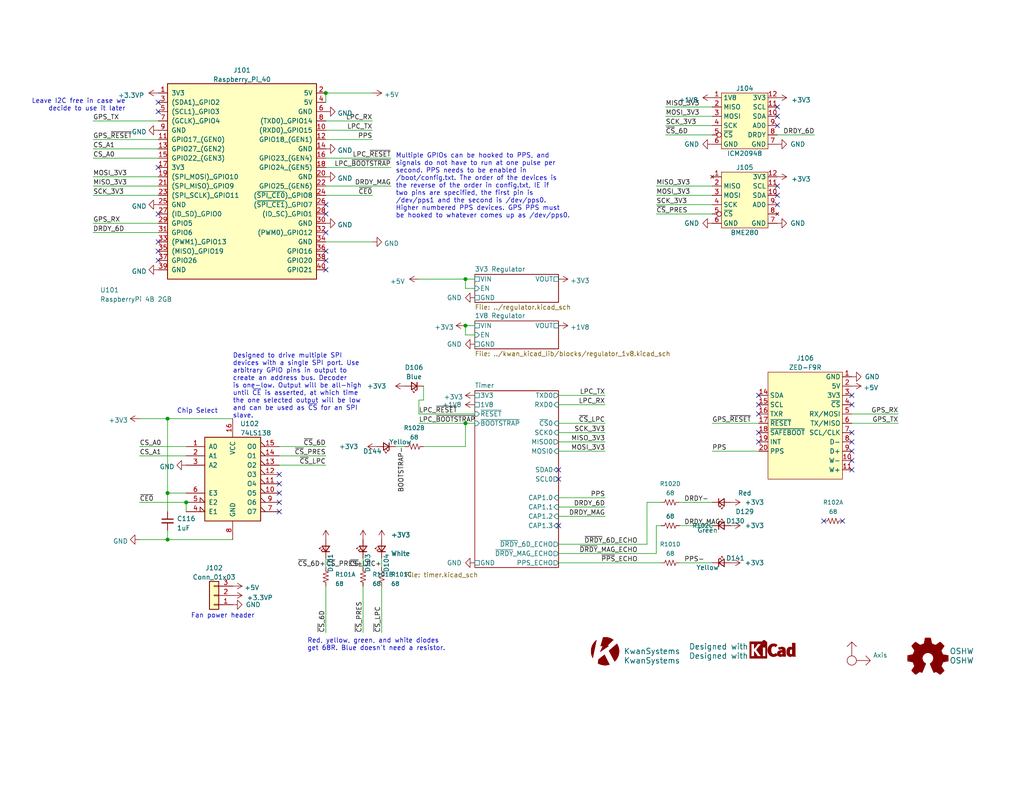
<source format=kicad_sch>
(kicad_sch (version 20230121) (generator eeschema)
  (paper "USLetter")
  (title_block (title "Shipometer") (date "2023-03-24") (company "Kwan Systems"))
  (lib_symbols
    (symbol "74xx:74LS138" (pin_names (offset 1.016))
      (property "Reference" "U" (at -7.62 11.43 0))
      (property "Value" "74LS138" (at -7.62 -13.97 0))
      (symbol "74LS138_1_0"
        (pin input line (at -12.7 7.62 0) (length 5.08) (name "A0") (number "1"))
        (pin output output_low (at 12.7 -5.08 180) (length 5.08) (name "O5") (number "10"))
        (pin output output_low (at 12.7 -2.54 180) (length 5.08) (name "O4") (number "11"))
        (pin output output_low (at 12.7 0 180) (length 5.08) (name "O3") (number "12"))
        (pin output output_low (at 12.7 2.54 180) (length 5.08) (name "O2") (number "13"))
        (pin output output_low (at 12.7 5.08 180) (length 5.08) (name "O1") (number "14"))
        (pin output output_low (at 12.7 7.62 180) (length 5.08) (name "O0") (number "15"))
        (pin power_in line (at 0 15.24 270) (length 5.08) (name "VCC") (number "16"))
        (pin input line (at -12.7 5.08 0) (length 5.08) (name "A1") (number "2"))
        (pin input line (at -12.7 2.54 0) (length 5.08) (name "A2") (number "3"))
        (pin input input_low (at -12.7 -10.16 0) (length 5.08) (name "E1") (number "4"))
        (pin input input_low (at -12.7 -7.62 0) (length 5.08) (name "E2") (number "5"))
        (pin input line (at -12.7 -5.08 0) (length 5.08) (name "E3") (number "6"))
        (pin output output_low (at 12.7 -10.16 180) (length 5.08) (name "O7") (number "7"))
        (pin power_in line (at 0 -17.78 90) (length 5.08) (name "GND") (number "8"))
        (pin output output_low (at 12.7 -7.62 180) (length 5.08) (name "O6") (number "9"))
      )
    )
    (symbol "Connector_Generic:Conn_01x03" (pin_names (offset 1.016) hide)
      (property "Reference" "J" (at 0 5.08 0))
      (property "Value" "Conn_01x03" (at 0 -5.08 0))
      (symbol "Conn_01x03_1_1"
        (pin passive line (at -5.08 2.54 0) (length 3.81) (name "Pin_1") (number "1"))
        (pin passive line (at -5.08 0 0) (length 3.81) (name "Pin_2") (number "2"))
        (pin passive line (at -5.08 -2.54 0) (length 3.81) (name "Pin_3") (number "3"))
      )
    )
    (symbol "Device:C_Small" (pin_numbers hide) (pin_names (offset 0.254) hide)
      (property "Reference" "C" (at 0.254 1.778 0))
      (property "Value" "C_Small" (at 0.254 -2.032 0))
      (symbol "C_Small_1_1"
        (pin passive line (at 0 2.54 270) (length 2.032) (name "~") (number "1"))
        (pin passive line (at 0 -2.54 90) (length 2.032) (name "~") (number "2"))
      )
    )
    (symbol "Device:LED_Small" (pin_numbers hide) (pin_names (offset 0.254) hide)
      (property "Reference" "D" (at -1.27 3.175 0))
      (property "Value" "LED_Small" (at -4.445 -2.54 0))
      (symbol "LED_Small_1_1"
        (pin passive line (at -2.54 0 0) (length 1.778) (name "K") (number "1"))
        (pin passive line (at 2.54 0 180) (length 1.778) (name "A") (number "2"))
      )
    )
    (symbol "KwanSystems:Axis" (in_bom no)
      (property "Value" "Axis" (at 0 -2.54 0))
    )
    (symbol "KwanSystems:DesignedWithKicad" (pin_names (offset 1.016)) (in_bom no)
      (property "Value" "DesignedWithKicad" (at 3.81 -2.54 0))
    )
    (symbol "KwanSystems:KwanSystems" (pin_names (offset 1.016)) (in_bom no)
      (property "Value" "KwanSystems" (at 0 -5.08 0))
    )
    (symbol "KwanSystems:OSHW" (pin_names (offset 1.016)) (in_bom no)
      (property "Value" "OSHW" (at 10.16 1.27 0))
    )
    (symbol "KwanSystems:RP4" (pin_numbers hide) (pin_names (offset 0) hide)
      (property "Reference" "R" (at -1.27 1.27 0))
      (property "Value" "RP4" (at -1.27 -2.54 0))
      (symbol "RP4_1_1"
        (pin passive line (at -2.54 0 0) (length 0.9906) (name "4") (number "1"))
        (pin passive line (at 2.54 0 180) (length 0.9906) (name "5") (number "8"))
      )
      (symbol "RP4_2_1"
        (pin passive line (at -2.54 0 0) (length 0.9906) (name "4") (number "2"))
        (pin passive line (at 2.54 0 180) (length 0.9906) (name "5") (number "7"))
      )
      (symbol "RP4_3_1"
        (pin passive line (at -2.54 0 0) (length 0.9906) (name "4") (number "3"))
        (pin passive line (at 2.54 0 180) (length 0.9906) (name "5") (number "6"))
      )
      (symbol "RP4_4_1"
        (pin passive line (at -2.54 0 0) (length 0.9906) (name "4") (number "4"))
        (pin passive line (at 2.54 0 180) (length 0.9906) (name "5") (number "5"))
      )
    )
    (symbol "KwanSystems:Raspberry_Pi_40" (pin_names (offset 1.016))
      (property "Reference" "J" (at 25.4 -27.94 0))
      (property "Value" "Raspberry_Pi_40" (at -12.7 33.02 0))
      (symbol "Raspberry_Pi_40_1_1"
        (pin power_out line (at -22.86 27.94 0) (length 2.54) (name "3V3") (number "1"))
        (pin bidirectional line (at 22.86 17.78 180) (length 2.54) (name "(RXD0)_GPIO15") (number "10"))
        (pin bidirectional line (at -22.86 15.24 0) (length 2.54) (name "GPIO17_(GEN0)") (number "11"))
        (pin bidirectional line (at 22.86 15.24 180) (length 2.54) (name "GPIO18_(GEN1)") (number "12"))
        (pin bidirectional line (at -22.86 12.7 0) (length 2.54) (name "GPIO27_(GEN2)") (number "13"))
        (pin passive line (at 22.86 12.7 180) (length 2.54) (name "GND") (number "14"))
        (pin bidirectional line (at -22.86 10.16 0) (length 2.54) (name "GPIO22_(GEN3)") (number "15"))
        (pin bidirectional line (at 22.86 10.16 180) (length 2.54) (name "GPIO23_(GEN4)") (number "16"))
        (pin power_out line (at -22.86 7.62 0) (length 2.54) (name "3V3") (number "17"))
        (pin bidirectional line (at 22.86 7.62 180) (length 2.54) (name "GPIO24_(GEN5)") (number "18"))
        (pin bidirectional line (at -22.86 5.08 0) (length 2.54) (name "(SPI_MOSI)_GPIO10") (number "19"))
        (pin passive line (at 22.86 27.94 180) (length 2.54) (name "5V") (number "2"))
        (pin passive line (at 22.86 5.08 180) (length 2.54) (name "GND") (number "20"))
        (pin bidirectional line (at -22.86 2.54 0) (length 2.54) (name "(SPI_MISO)_GPIO9") (number "21"))
        (pin bidirectional line (at 22.86 2.54 180) (length 2.54) (name "GPIO25_(GEN6)") (number "22"))
        (pin bidirectional line (at -22.86 0 0) (length 2.54) (name "(SPI_SCLK)_GPIO11") (number "23"))
        (pin bidirectional line (at 22.86 0 180) (length 2.54) (name "(~{SPI_CE0})_GPIO8") (number "24"))
        (pin passive line (at -22.86 -2.54 0) (length 2.54) (name "GND") (number "25"))
        (pin bidirectional line (at 22.86 -2.54 180) (length 2.54) (name "(~{SPI_CE1})_GPIO7") (number "26"))
        (pin bidirectional line (at -22.86 -5.08 0) (length 2.54) (name "(ID_SD)_GPIO0") (number "27"))
        (pin bidirectional line (at 22.86 -5.08 180) (length 2.54) (name "(ID_SC)_GPIO1") (number "28"))
        (pin bidirectional line (at -22.86 -7.62 0) (length 2.54) (name "GPIO5") (number "29"))
        (pin bidirectional line (at -22.86 25.4 0) (length 2.54) (name "(SDA1)_GPIO2") (number "3"))
        (pin passive line (at 22.86 -7.62 180) (length 2.54) (name "GND") (number "30"))
        (pin bidirectional line (at -22.86 -10.16 0) (length 2.54) (name "GPIO6") (number "31"))
        (pin bidirectional line (at 22.86 -10.16 180) (length 2.54) (name "(PWM0)_GPIO12") (number "32"))
        (pin bidirectional line (at -22.86 -12.7 0) (length 2.54) (name "(PWM1)_GPIO13") (number "33"))
        (pin passive line (at 22.86 -12.7 180) (length 2.54) (name "GND") (number "34"))
        (pin bidirectional line (at -22.86 -15.24 0) (length 2.54) (name "(MISO)_GPIO19") (number "35"))
        (pin bidirectional line (at 22.86 -15.24 180) (length 2.54) (name "GPIO16") (number "36"))
        (pin bidirectional line (at -22.86 -17.78 0) (length 2.54) (name "GPIO26") (number "37"))
        (pin bidirectional line (at 22.86 -17.78 180) (length 2.54) (name "GPIO20") (number "38"))
        (pin passive line (at -22.86 -20.32 0) (length 2.54) (name "GND") (number "39"))
        (pin passive line (at 22.86 25.4 180) (length 2.54) (name "5V") (number "4"))
        (pin bidirectional line (at 22.86 -20.32 180) (length 2.54) (name "GPIO21") (number "40"))
        (pin bidirectional line (at -22.86 22.86 0) (length 2.54) (name "(SCL1)_GPIO3") (number "5"))
        (pin passive line (at 22.86 22.86 180) (length 2.54) (name "GND") (number "6"))
        (pin bidirectional line (at -22.86 20.32 0) (length 2.54) (name "(GCLK)_GPIO4") (number "7"))
        (pin bidirectional line (at 22.86 20.32 180) (length 2.54) (name "(TXD0)_GPIO14") (number "8"))
        (pin passive line (at -22.86 17.78 0) (length 2.54) (name "GND") (number "9"))
      )
    )
    (symbol "KwanSystems:RaspberyPi_2+_Backplane" (pin_names (offset 1.016))
      (property "Reference" "J" (at 0 -2.54 0))
      (property "Value" "RaspberyPi_2+_Backplane" (at 0 0 0))
    )
    (symbol "KwanSystems:STAMP"
      (property "Reference" "J105" (at 0 8.89 0))
      (property "Value" "BME280" (at 0 -8.89 0))
      (symbol "STAMP_1_1"
        (pin no_connect line (at -8.89 6.35 0) (length 2.54) (name "") (number "1"))
        (pin open_collector line (at 8.89 1.27 180) (length 2.54) (name "SDA") (number "10"))
        (pin input line (at 8.89 3.81 180) (length 2.54) (name "SCL") (number "11"))
        (pin power_in line (at 8.89 6.35 180) (length 2.54) (name "3V3") (number "12"))
        (pin tri_state line (at -8.89 3.81 0) (length 2.54) (name "MISO") (number "2"))
        (pin input line (at -8.89 1.27 0) (length 2.54) (name "MOSI") (number "3"))
        (pin input line (at -8.89 -1.27 0) (length 2.54) (name "SCK") (number "4"))
        (pin input inverted (at -8.89 -3.81 0) (length 2.54) (name "~{CS}") (number "5"))
        (pin power_in line (at -8.89 -6.35 0) (length 2.54) (name "GND") (number "6"))
        (pin power_in line (at 8.89 -6.35 180) (length 2.54) (name "GND") (number "7"))
        (pin no_connect line (at 8.89 -3.81 180) (length 2.54) (name "") (number "8"))
        (pin input line (at 8.89 -1.27 180) (length 2.54) (name "AD0") (number "9"))
      )
    )
    (symbol "STAMP_1"
      (property "Reference" "J104" (at 0 8.89 0))
      (property "Value" "ICM20948" (at 0 -8.89 0))
      (symbol "STAMP_1_1_1"
        (pin power_in line (at -8.89 6.35 0) (length 2.54) (name "1V8") (number "1"))
        (pin open_collector line (at 8.89 1.27 180) (length 2.54) (name "SDA") (number "10"))
        (pin input line (at 8.89 3.81 180) (length 2.54) (name "SCL") (number "11"))
        (pin power_in line (at 8.89 6.35 180) (length 2.54) (name "3V3") (number "12"))
        (pin tri_state line (at -8.89 3.81 0) (length 2.54) (name "MISO") (number "2"))
        (pin input line (at -8.89 1.27 0) (length 2.54) (name "MOSI") (number "3"))
        (pin input line (at -8.89 -1.27 0) (length 2.54) (name "SCK") (number "4"))
        (pin input inverted (at -8.89 -3.81 0) (length 2.54) (name "~{CS}") (number "5"))
        (pin power_in line (at -8.89 -6.35 0) (length 2.54) (name "GND") (number "6"))
        (pin power_in line (at 8.89 -6.35 180) (length 2.54) (name "GND") (number "7"))
        (pin output line (at 8.89 -3.81 180) (length 2.54) (name "DRDY") (number "8"))
        (pin input line (at 8.89 -1.27 180) (length 2.54) (name "AD0") (number "9"))
      )
    )
    (symbol "Sparkfun_Breakout:ZED-F9R"
      (property "Reference" "U" (at 10.16 -16.51 0))
      (symbol "ZED-F9R_1_1"
        (pin power_in line (at 12.7 12.7 180) (length 2.54) (name "GND") (number "1"))
        (pin input line (at 12.7 -10.16 180) (length 2.54) (name "W-") (number "10"))
        (pin input line (at 12.7 -12.7 180) (length 2.54) (name "W+") (number "11"))
        (pin power_in line (at 12.7 12.7 180) (length 2.54) hide (name "GND") (number "12"))
        (pin power_in line (at 12.7 7.62 180) (length 2.54) hide (name "3V3") (number "13"))
        (pin bidirectional line (at -12.7 7.62 0) (length 2.54) (name "SDA") (number "14"))
        (pin input line (at -12.7 5.08 0) (length 2.54) (name "SCL") (number "15"))
        (pin output line (at -12.7 2.54 0) (length 2.54) (name "TXR") (number "16"))
        (pin input line (at -12.7 0 0) (length 2.54) (name "~{RESET}") (number "17"))
        (pin input line (at -12.7 -2.54 0) (length 2.54) (name "~{SAFEBOOT}") (number "18"))
        (pin input line (at -12.7 -5.08 0) (length 2.54) (name "INT") (number "19"))
        (pin power_in line (at 12.7 10.16 180) (length 2.54) (name "5V") (number "2"))
        (pin output line (at -12.7 -7.62 0) (length 2.54) (name "PPS") (number "20"))
        (pin power_in line (at 12.7 7.62 180) (length 2.54) (name "3V3") (number "3"))
        (pin input line (at 12.7 5.08 180) (length 2.54) (name "~{CS}") (number "4"))
        (pin input line (at 12.7 2.54 180) (length 2.54) (name "RX/MOSI") (number "5"))
        (pin output line (at 12.7 0 180) (length 2.54) (name "TX/MISO") (number "6"))
        (pin input line (at 12.7 -2.54 180) (length 2.54) (name "SCL/CLK") (number "7"))
        (pin input line (at 12.7 -5.08 180) (length 2.54) (name "D-") (number "8"))
        (pin input line (at 12.7 -7.62 180) (length 2.54) (name "D+") (number "9"))
      )
    )
    (symbol "power:+1V8" (power) (pin_names (offset 0))
      (property "Value" "+1V8" (at 0 3.556 0))
      (symbol "+1V8_1_1"
        (pin power_in line (at 0 0 90) (length 0) hide (name "+1V8") (number "1"))
      )
    )
    (symbol "power:+3.3VP" (power) (pin_names (offset 0))
      (property "Value" "+3.3VP" (at 0 2.54 0))
      (symbol "+3.3VP_0_0"
        (pin power_in line (at 0 0 90) (length 0) hide (name "+3.3VP") (number "1"))
      )
    )
    (symbol "power:+3V3" (power) (pin_names (offset 0))
      (property "Value" "+3V3" (at 0 3.556 0))
      (symbol "+3V3_1_1"
        (pin power_in line (at 0 0 90) (length 0) hide (name "+3V3") (number "1"))
      )
    )
    (symbol "power:+5V" (power) (pin_names (offset 0))
      (property "Value" "+5V" (at 0 3.556 0))
      (symbol "+5V_1_1"
        (pin power_in line (at 0 0 90) (length 0) hide (name "+5V") (number "1"))
      )
    )
    (symbol "power:GND" (power) (pin_names (offset 0))
      (property "Value" "GND" (at 0 -3.81 0))
      (symbol "GND_1_1"
        (pin power_in line (at 0 0 270) (length 0) hide (name "GND") (number "1"))
      )
    )
  )
  (junction (at 45.72 147.32))
  (junction (at 127 76.2))
  (junction (at 127 88.9))
  (junction (at 88.9 25.4))
  (junction (at 50.8 137.16))
  (junction (at 45.72 134.62))
  (junction (at 127 115.57))
  (junction (at 45.72 114.3))
  (no_connect (at 88.9 55.88))
  (no_connect (at 88.9 58.42))
  (no_connect (at 88.9 68.58))
  (no_connect (at 88.9 71.12))
  (no_connect (at 88.9 73.66))
  (no_connect (at 43.18 45.72))
  (no_connect (at 232.41 110.49))
  (no_connect (at 43.18 66.04))
  (no_connect (at 212.09 31.75))
  (no_connect (at 76.2 132.08))
  (no_connect (at 76.2 134.62))
  (no_connect (at 76.2 137.16))
  (no_connect (at 76.2 139.7))
  (no_connect (at 232.41 120.65))
  (no_connect (at 229.87 142.24))
  (no_connect (at 212.09 50.8))
  (no_connect (at 212.09 55.88))
  (no_connect (at 212.09 53.34))
  (no_connect (at 212.09 34.29))
  (no_connect (at 232.41 118.11))
  (no_connect (at 207.01 110.49))
  (no_connect (at 88.9 63.5))
  (no_connect (at 207.01 113.03))
  (no_connect (at 43.18 27.94))
  (no_connect (at 43.18 58.42))
  (no_connect (at 43.18 68.58))
  (no_connect (at 43.18 71.12))
  (no_connect (at 76.2 129.54))
  (no_connect (at 232.41 123.19))
  (no_connect (at 207.01 107.95))
  (no_connect (at 207.01 118.11))
  (no_connect (at 212.09 29.21))
  (no_connect (at 152.4 128.27))
  (no_connect (at 152.4 130.81))
  (no_connect (at 43.18 30.48))
  (no_connect (at 232.41 107.95))
  (no_connect (at 207.01 120.65))
  (no_connect (at 152.4 143.51))
  (no_connect (at 232.41 125.73))
  (no_connect (at 232.41 128.27))
  (no_connect (at 224.79 142.24))
  (wire (pts (xy 104.14 152.4) (xy 104.14 154.94)))
  (wire (pts (xy 38.1 124.46) (xy 50.8 124.46)))
  (wire (pts (xy 181.61 31.75) (xy 194.31 31.75)))
  (wire (pts (xy 232.41 113.03) (xy 245.11 113.03)))
  (wire (pts (xy 25.4 53.34) (xy 43.18 53.34)))
  (wire (pts (xy 99.06 152.4) (xy 99.06 154.94)))
  (wire (pts (xy 152.4 110.49) (xy 165.1 110.49)))
  (wire (pts (xy 185.42 137.16) (xy 194.31 137.16)))
  (wire (pts (xy 38.1 147.32) (xy 45.72 147.32)))
  (wire (pts (xy 152.4 151.13) (xy 179.07 151.13)))
  (wire (pts (xy 185.42 153.67) (xy 194.31 153.67)))
  (wire (pts (xy 88.9 53.34) (xy 101.6 53.34)))
  (wire (pts (xy 88.9 25.4) (xy 88.9 27.94)))
  (wire (pts (xy 115.57 121.92) (xy 127 121.92)))
  (wire (pts (xy 88.9 45.72) (xy 106.68 45.72)))
  (wire (pts (xy 45.72 134.62) (xy 45.72 139.7)))
  (wire (pts (xy 176.53 148.59) (xy 176.53 137.16)))
  (wire (pts (xy 88.9 66.04) (xy 101.6 66.04)))
  (wire (pts (xy 179.07 58.42) (xy 194.31 58.42)))
  (wire (pts (xy 232.41 115.57) (xy 245.11 115.57)))
  (wire (pts (xy 50.8 137.16) (xy 50.8 139.7)))
  (wire (pts (xy 212.09 36.83) (xy 222.25 36.83)))
  (wire (pts (xy 127 88.9) (xy 129.54 88.9)))
  (wire (pts (xy 88.9 43.18) (xy 106.68 43.18)))
  (wire (pts (xy 181.61 34.29) (xy 194.31 34.29)))
  (wire (pts (xy 88.9 33.02) (xy 101.6 33.02)))
  (wire (pts (xy 99.06 160.02) (xy 99.06 172.72)))
  (wire (pts (xy 152.4 138.43) (xy 165.1 138.43)))
  (wire (pts (xy 179.07 53.34) (xy 194.31 53.34)))
  (wire (pts (xy 127 78.74) (xy 129.54 78.74)))
  (wire (pts (xy 25.4 63.5) (xy 43.18 63.5)))
  (wire (pts (xy 152.4 120.65) (xy 165.1 120.65)))
  (wire (pts (xy 194.31 115.57) (xy 207.01 115.57)))
  (wire (pts (xy 127 76.2) (xy 129.54 76.2)))
  (wire (pts (xy 38.1 137.16) (xy 50.8 137.16)))
  (wire (pts (xy 38.1 114.3) (xy 45.72 114.3)))
  (wire (pts (xy 45.72 134.62) (xy 50.8 134.62)))
  (wire (pts (xy 181.61 29.21) (xy 194.31 29.21)))
  (wire (pts (xy 152.4 135.89) (xy 165.1 135.89)))
  (wire (pts (xy 45.72 114.3) (xy 63.5 114.3)))
  (wire (pts (xy 115.57 105.41) (xy 115.57 109.22)))
  (wire (pts (xy 127 121.92) (xy 127 115.57)))
  (wire (pts (xy 25.4 38.1) (xy 43.18 38.1)))
  (wire (pts (xy 25.4 33.02) (xy 43.18 33.02)))
  (wire (pts (xy 107.95 121.92) (xy 110.49 121.92)))
  (wire (pts (xy 115.57 109.22) (xy 114.3 109.22)))
  (wire (pts (xy 45.72 144.78) (xy 45.72 147.32)))
  (wire (pts (xy 45.72 114.3) (xy 45.72 134.62)))
  (wire (pts (xy 25.4 60.96) (xy 43.18 60.96)))
  (wire (pts (xy 25.4 43.18) (xy 43.18 43.18)))
  (wire (pts (xy 179.07 143.51) (xy 180.34 143.51)))
  (wire (pts (xy 88.9 35.56) (xy 101.6 35.56)))
  (wire (pts (xy 152.4 153.67) (xy 180.34 153.67)))
  (wire (pts (xy 127 88.9) (xy 127 91.44)))
  (wire (pts (xy 152.4 115.57) (xy 165.1 115.57)))
  (wire (pts (xy 88.9 152.4) (xy 88.9 154.94)))
  (wire (pts (xy 114.3 113.03) (xy 129.54 113.03)))
  (wire (pts (xy 152.4 148.59) (xy 176.53 148.59)))
  (wire (pts (xy 152.4 107.95) (xy 165.1 107.95)))
  (wire (pts (xy 185.42 143.51) (xy 194.31 143.51)))
  (wire (pts (xy 88.9 160.02) (xy 88.9 172.72)))
  (wire (pts (xy 194.31 123.19) (xy 207.01 123.19)))
  (wire (pts (xy 76.2 127) (xy 88.9 127)))
  (wire (pts (xy 152.4 118.11) (xy 165.1 118.11)))
  (wire (pts (xy 114.3 115.57) (xy 127 115.57)))
  (wire (pts (xy 76.2 124.46) (xy 88.9 124.46)))
  (wire (pts (xy 114.3 109.22) (xy 114.3 113.03)))
  (wire (pts (xy 127 115.57) (xy 129.54 115.57)))
  (wire (pts (xy 25.4 40.64) (xy 43.18 40.64)))
  (wire (pts (xy 181.61 36.83) (xy 194.31 36.83)))
  (wire (pts (xy 179.07 55.88) (xy 194.31 55.88)))
  (wire (pts (xy 114.3 76.2) (xy 127 76.2)))
  (wire (pts (xy 88.9 50.8) (xy 106.68 50.8)))
  (wire (pts (xy 179.07 151.13) (xy 179.07 143.51)))
  (wire (pts (xy 25.4 50.8) (xy 43.18 50.8)))
  (wire (pts (xy 176.53 137.16) (xy 180.34 137.16)))
  (wire (pts (xy 152.4 123.19) (xy 165.1 123.19)))
  (wire (pts (xy 127 76.2) (xy 127 78.74)))
  (wire (pts (xy 45.72 147.32) (xy 63.5 147.32)))
  (wire (pts (xy 25.4 48.26) (xy 43.18 48.26)))
  (wire (pts (xy 127 91.44) (xy 129.54 91.44)))
  (wire (pts (xy 152.4 140.97) (xy 165.1 140.97)))
  (wire (pts (xy 104.14 160.02) (xy 104.14 172.72)))
  (wire (pts (xy 76.2 121.92) (xy 88.9 121.92)))
  (wire (pts (xy 38.1 121.92) (xy 50.8 121.92)))
  (wire (pts (xy 88.9 25.4) (xy 101.6 25.4)))
  (wire (pts (xy 88.9 38.1) (xy 101.6 38.1)))
  (wire (pts (xy 179.07 50.8) (xy 194.31 50.8)))
  (text "Chip Select" (at 48.26 113.03 0) (effects (font (size 1.27 1.27)) (justify left bottom)))
  (text "Designed to drive multiple SPI\ndevices with a single SPI port. Use\narbitrary GPIO pins in output to\ncreate an address bus. Decoder\nis one-low. Output will be all-high\nuntil ~{CE} is asserted, at which time\nthe one selected output will be low\nand can be used as ~{CS} for an SPI\nslave." (at 63.5 114.3 0) (effects (font (size 1.27 1.27)) (justify left bottom)))
  (text "Fan power header" (at 52.07 168.91 0) (effects (font (size 1.27 1.27)) (justify left bottom)))
  (text "Multiple GPIOs can be hooked to PPS, and\nsignals do not have to run at one pulse per\nsecond. PPS needs to be enabled in\n/boot/config.txt. The order of the devices is\nthe reverse of the order in config.txt, IE if\ntwo pins are specified, the first pin is\n/dev/pps1 and the second is /dev/pps0.\nHigher numbered PPS devices. GPS PPS must\nbe hooked to whatever comes up as /dev/pps0." (at 107.95 59.69 0) (effects (font (size 1.27 1.27)) (justify left bottom)))
  (text "Leave I2C free in case we\ndecide to use it later" (at 34.29 30.48 0) (effects (font (size 1.27 1.27)) (justify right bottom)))
  (text "Red, yellow, green, and white diodes\nget 68R. Blue doesn't need a resistor." (at 83.82 177.8 0) (effects (font (size 1.27 1.27)) (justify left bottom)))
  (label "DRDY_6D" (at 222.25 36.83 180))
  (label "~{CE0}" (at 38.1 137.16 0))
  (label "LPC_~{BOOTSTRAP}" (at 114.3 115.57 0))
  (label "~{CS}_6D+" (at 88.9 154.94 180))
  (label "DRDY_MAG-" (at 186.69 143.51 0))
  (label "GPS_TX" (at 25.4 33.02 0))
  (label "GPS_~{RESET}" (at 194.31 115.57 0))
  (label "MOSI_3V3" (at 25.4 48.26 0))
  (label "~{CS}_PRES" (at 179.07 58.42 0))
  (label "CS_A1" (at 38.1 124.46 0))
  (label "~{CS}_6D" (at 88.9 172.72 90))
  (label "~{CS}_PRES" (at 99.06 172.72 90))
  (label "DRDY-" (at 186.69 137.16 0))
  (label "LPC_~{RESET}" (at 106.68 43.18 180))
  (label "MISO_3V3" (at 181.61 29.21 0))
  (label "PPS" (at 165.1 135.89 180))
  (label "DRDY_6D" (at 25.4 63.5 0))
  (label "~{CS}_LPC" (at 165.1 115.57 180))
  (label "~{PPS}_ECHO" (at 173.99 153.67 180))
  (label "DRDY_MAG" (at 165.1 140.97 180))
  (label "LPC_RX" (at 165.1 110.49 180))
  (label "SCK_3V3" (at 165.1 118.11 180))
  (label "SCK_3V3" (at 179.07 55.88 0))
  (label "~{CS}_PRES" (at 88.9 124.46 180))
  (label "GPS_~{RESET}" (at 25.4 38.1 0))
  (label "MOSI_3V3" (at 165.1 123.19 180))
  (label "CS_A0" (at 38.1 121.92 0))
  (label "PPS" (at 194.31 123.19 0))
  (label "LPC_~{RESET}" (at 114.3 113.03 0))
  (label "LPC_~{BOOTSTRAP}" (at 106.68 45.72 180))
  (label "MOSI_3V3" (at 181.61 31.75 0))
  (label "PPS" (at 101.6 38.1 180))
  (label "MISO_3V3" (at 165.1 120.65 180))
  (label "GPS_TX" (at 245.11 115.57 180))
  (label "DRDY_6D" (at 165.1 138.43 180))
  (label "MOSI_3V3" (at 179.07 53.34 0))
  (label "LPC_TX" (at 101.6 35.56 180))
  (label "~{CS}_LPC" (at 88.9 127 180))
  (label "~{CS}_LPC+" (at 104.14 154.94 180))
  (label "~{CS}_LPC" (at 104.14 172.72 90))
  (label "GPS_RX" (at 25.4 60.96 0))
  (label "MISO_3V3" (at 179.07 50.8 0))
  (label "~{DRDY}_6D_ECHO" (at 173.99 148.59 180))
  (label "PPS-" (at 186.69 153.67 0))
  (label "~{CS}_6D" (at 88.9 121.92 180))
  (label "DRDY_MAG" (at 106.68 50.8 180))
  (label "CS_A1" (at 25.4 40.64 0))
  (label "MISO_3V3" (at 25.4 50.8 0))
  (label "~{CE0}" (at 101.6 53.34 180))
  (label "CS_A0" (at 25.4 43.18 0))
  (label "LPC_TX" (at 165.1 107.95 180))
  (label "SCK_3V3" (at 181.61 34.29 0))
  (label "~{CS}_6D" (at 181.61 36.83 0))
  (label "GPS_RX" (at 245.11 113.03 180))
  (label "~{CS}_PRES+" (at 99.06 154.94 180))
  (label "LPC_RX" (at 101.6 33.02 180))
  (label "BOOTSTRAP-" (at 110.49 121.92 270))
  (label "SCK_3V3" (at 25.4 53.34 0))
  (label "~{DRDY}_MAG_ECHO" (at 173.99 151.13 180))
  (symbol (lib_id "power:+3.3VP") (at 43.18 25.4 90) (unit 1)
    (property "Reference" "#PWR03" (effects hide))
    (property "Value" "+3.3VP" (at 39.37 26.035 90) (effects (justify left)))
  )
  (symbol (lib_id "Device:LED_Small") (at 113.03 105.41 180) (unit 1)
    (property "Reference" "D106" (at 112.9665 100.33 0))
    (property "Value" "Blue" (at 112.9665 102.87 0))
    (property "Footprint" "LED_SMD:LED_0603_1608Metric" (effects hide))
    (property "Datasheet" "https://www.kingbrightusa.com/images/catalog/SPEC/APT1608VBC-D.pdf" (effects hide))
    (property "Digikey" "754-1789-1-ND" (effects hide))
    (property "Purpose" "Timer reset indicator" (effects hide))
    (property "Number on hand" "9" (effects hide))
    (property "Mouser" "604-APT1608VBC/D" (effects hide))
    (property "Part Number" "APT1608VBC/D" (effects hide))
  )
  (symbol (lib_id "power:GND") (at 101.6 66.04 90) (unit 1)
    (property "Reference" "#PWR0106" (effects hide))
    (property "Value" "GND" (at 104.775 66.4738 90) (effects (justify right)))
  )
  (symbol (lib_id "Device:C_Small") (at 45.72 142.24 0) (unit 1)
    (property "Reference" "C116" (at 48.26 141.6113 0) (effects (justify left)))
    (property "Value" "1uF" (at 48.26 144.1513 0) (effects (justify left)))
    (property "Footprint" "Capacitor_SMD:C_0603_1608Metric" (effects hide))
    (property "Datasheet" "https://connect.kemet.com:7667/gateway/IntelliData-ComponentDocumentation/1.0/download/datasheet/C0603C105K4PACTU" (effects hide))
    (property "Digikey" "399-C0603C105K4PAC7411CT-ND" (effects hide))
    (property "Mouser" "80-C0603C105K4PAC" (effects hide))
    (property "Number on hand" "24" (effects hide))
    (property "Part Number" "C0603C105K4PAC" (effects hide))
  )
  (symbol (lib_id "power:+3V3") (at 104.14 147.32 0) (unit 1)
    (property "Reference" "#PWR0125" (effects hide))
    (property "Value" "+3V3" (at 106.68 146.05 0) (effects (justify left)))
  )
  (symbol (lib_id "KwanSystems:DesignedWithKicad") (at 210.82 179.07 0) (unit 1) (in_bom no)
    (property "Reference" "G103" (effects hide))
    (property "Value" "Designed with" (at 187.96 179.07 0) (effects (font (size 1.524 1.524)) (justify left)))
    (property "Footprint" "KwanSystems:Symbol_KiCAD-Logo_CopperAndSilkScreenTop_small" (effects hide))
  )
  (symbol (lib_id "power:+3.3VP") (at 63.5 162.56 270) (unit 1)
    (property "Reference" "#PWR04" (effects hide))
    (property "Value" "+3.3VP" (at 67.31 163.195 90) (effects (justify left)))
  )
  (symbol (lib_id "Device:LED_Small") (at 99.06 149.86 90) (unit 1)
    (property "Reference" "D103" (at 100.33 151.13 0) (effects (justify right)))
    (property "Value" "White" (at 106.68 151.13 90) (effects (justify right)))
    (property "Footprint" "LED_SMD:LED_0603_1608Metric" (effects hide))
    (property "Datasheet" "https://www.vishay.com/docs/82435/vlmw1300.pdf" (effects hide))
    (property "Digikey" "VLMW1300-GS08CT-ND" (effects hide))
    (property "Purpose" "Chip select indicator" (effects hide))
    (property "Number on hand" "6" (effects hide))
    (property "Mouser" "VLMW1300-GS08" (effects hide))
    (property "Part Number" "VLMW1300-GS08" (effects hide))
  )
  (symbol (lib_id "Device:LED_Small") (at 105.41 121.92 180) (unit 1)
    (property "Reference" "D144" (at 101.6 123.19 0))
    (property "Value" "Yellow" (at 109.22 120.65 0))
    (property "Footprint" "LED_SMD:LED_0603_1608Metric" (effects hide))
    (property "Datasheet" "https://www.kingbrightusa.com/images/catalog/SPEC/APT1608SYCK.pdf" (effects hide))
    (property "Digikey" "754-1124-1-ND" (effects hide))
    (property "Purpose" "Bootstrap Echo" (effects hide))
    (property "Number on hand" "8" (effects hide))
    (property "Mouser" "604-APT1608SYCK" (effects hide))
    (property "Part Number" "APT1608SYCK" (effects hide))
  )
  (symbol (lib_id "power:GND") (at 88.9 60.96 90) (unit 1)
    (property "Reference" "#PWR0107" (effects hide))
    (property "Value" "GND" (at 92.075 61.3938 90) (effects (justify right)))
  )
  (symbol (lib_id "KwanSystems:Axis") (at 232.41 180.34 0) (unit 1) (in_bom no)
    (property "Reference" "G101" (effects hide))
    (property "Value" "Axis" (at 238.2012 178.8688 0) (effects (justify left)))
    (property "Footprint" "KwanSystems:Axis" (effects hide))
  )
  (symbol (lib_id "power:GND") (at 212.09 60.96 90) (unit 1)
    (property "Reference" "#PWR0132" (effects hide))
    (property "Value" "GND" (at 219.71 60.96 90) (effects (justify left)))
  )
  (symbol (lib_id "KwanSystems:RP4") (at 182.88 153.67 0) (unit 4)
    (property "Reference" "R101" (at 182.88 148.59 0) (effects (font (size 1.143 1.143))))
    (property "Value" "68" (at 182.88 151.13 0) (effects (font (size 1.143 1.143))))
    (property "Footprint" "KwanSystems:R_Array_Convex_4x0402" (effects hide))
    (property "Mouser" "667-EXB-28V680JX" (effects hide))
    (property "Number on hand" "10" (effects hide))
    (property "Digikey" "Y7680CT-ND" (effects hide))
    (property "Part Number" "EXB-28V680JX" (effects hide))
  )
  (symbol (lib_id "power:GND") (at 212.09 39.37 90) (unit 1)
    (property "Reference" "#PWR013" (effects hide))
    (property "Value" "GND" (at 219.71 39.37 90) (effects (justify left)))
  )
  (symbol (lib_id "power:+5V") (at 114.3 76.2 90) (unit 1)
    (property "Reference" "#PWR015" (effects hide))
    (property "Value" "+5V" (at 110.49 76.835 90) (effects (justify left)))
  )
  (symbol (lib_id "power:+3V3") (at 127 88.9 90) (unit 1)
    (property "Reference" "#PWR0135" (effects hide))
    (property "Value" "+3V3" (at 123.825 89.3338 90) (effects (justify left)))
  )
  (symbol (lib_id "power:GND") (at 88.9 48.26 90) (unit 1)
    (property "Reference" "#PWR0108" (effects hide))
    (property "Value" "GND" (at 92.075 48.6938 90) (effects (justify right)))
  )
  (symbol (lib_id "power:GND") (at 129.54 81.28 270) (unit 1)
    (property "Reference" "#PWR0119" (effects hide))
    (property "Value" "GND" (at 121.92 81.28 90) (effects (justify left)))
  )
  (symbol (lib_id "power:+3V3") (at 199.39 137.16 270) (unit 1)
    (property "Reference" "#PWR06" (effects hide))
    (property "Value" "+3V3" (at 203.2 137.16 90) (effects (justify left)))
  )
  (symbol (lib_id "power:+1V8") (at 152.4 88.9 270) (unit 1)
    (property "Reference" "#PWR0133" (effects hide))
    (property "Value" "+1V8" (at 155.575 89.3338 90) (effects (justify left)))
  )
  (symbol (lib_id "power:+3V3") (at 199.39 143.51 270) (unit 1)
    (property "Reference" "#PWR07" (effects hide))
    (property "Value" "+3V3" (at 203.2 143.51 90) (effects (justify left)))
  )
  (symbol (lib_id "power:+3V3") (at 129.54 107.95 90) (unit 1)
    (property "Reference" "#PWR0112" (effects hide))
    (property "Value" "+3V3" (at 126.365 108.3838 90) (effects (justify left)))
  )
  (symbol (lib_id "power:GND") (at 38.1 147.32 270) (unit 1)
    (property "Reference" "#PWR0121" (effects hide))
    (property "Value" "GND" (at 34.9251 147.7538 90) (effects (justify right)))
  )
  (symbol (lib_id "KwanSystems:KwanSystems") (at 165.1 177.8 0) (unit 1) (in_bom no)
    (property "Reference" "G105" (effects hide))
    (property "Value" "KwanSystems" (at 170.18 177.8 0) (effects (font (size 1.524 1.524)) (justify left)))
    (property "Footprint" "KwanSystems:StKwansSoldermask" (effects hide))
  )
  (symbol (lib_name "STAMP_1") (lib_id "KwanSystems:STAMP") (at 203.2 33.02 0) (unit 1)
    (property "Reference" "J104" (at 203.2 24.13 0))
    (property "Value" "ICM20948" (at 203.2 41.91 0))
    (property "Footprint" "KwanSystems:StampPad" (effects hide))
  )
  (symbol (lib_id "power:GND") (at 129.54 153.67 270) (unit 1)
    (property "Reference" "#PWR0118" (effects hide))
    (property "Value" "GND" (at 121.92 153.67 90) (effects (justify left)))
  )
  (symbol (lib_id "KwanSystems:STAMP") (at 203.2 54.61 0) (unit 1)
    (property "Reference" "J105" (at 203.2 45.72 0))
    (property "Value" "BME280" (at 203.2 63.5 0))
    (property "Footprint" "KwanSystems:StampPad" (effects hide))
  )
  (symbol (lib_id "power:GND") (at 194.31 60.96 270) (unit 1)
    (property "Reference" "#PWR09" (effects hide))
    (property "Value" "GND" (at 186.69 60.96 90) (effects (justify left)))
  )
  (symbol (lib_id "power:+3V3") (at 38.1 114.3 90) (unit 1)
    (property "Reference" "#PWR0122" (effects hide))
    (property "Value" "+3V3" (at 34.925 114.7338 90) (effects (justify left)))
  )
  (symbol (lib_id "Device:LED_Small") (at 196.85 137.16 0) (mirror x) (unit 1)
    (property "Reference" "D129" (at 203.2 139.7 0))
    (property "Value" "Red" (at 203.2 134.62 0))
    (property "Footprint" "LED_SMD:LED_0603_1608Metric" (effects hide))
    (property "Datasheet" "https://www.kingbrightusa.com/images/catalog/SPEC/APT1608SURCK.pdf" (effects hide))
    (property "Digikey" "754-1123-1-ND" (effects hide))
    (property "Purpose" "Data ready 6DoF echo" (effects hide))
    (property "Number on hand" "4" (effects hide))
    (property "Mouser" "604-APT1608SURCK" (effects hide))
    (property "Part Number" "APT1608SURCK" (effects hide))
  )
  (symbol (lib_id "power:+3V3") (at 88.9 147.32 0) (unit 1)
    (property "Reference" "#PWR0123" (effects hide))
    (property "Value" "+3V3" (at 106.68 146.05 0) (effects (justify left)))
  )
  (symbol (lib_id "power:GND") (at 43.18 73.66 270) (unit 1)
    (property "Reference" "#PWR0105" (effects hide))
    (property "Value" "GND" (at 40.0051 74.0938 90) (effects (justify right)))
  )
  (symbol (lib_id "KwanSystems:RP4") (at 104.14 157.48 90) (unit 3)
    (property "Reference" "R101" (at 106.68 156.845 90) (effects (font (size 1.143 1.143)) (justify right)))
    (property "Value" "68" (at 106.68 159.385 90) (effects (font (size 1.143 1.143)) (justify right)))
    (property "Footprint" "KwanSystems:R_Array_Convex_4x0402" (effects hide))
    (property "Mouser" "667-EXB-28V680JX" (effects hide))
    (property "Number on hand" "10" (effects hide))
    (property "Digikey" "Y7680CT-ND" (effects hide))
    (property "Part Number" "EXB-28V680JX" (effects hide))
  )
  (symbol (lib_id "power:GND") (at 63.5 165.1 90) (unit 1)
    (property "Reference" "#PWR0126" (effects hide))
    (property "Value" "GND" (at 71.12 165.1 90) (effects (justify left)))
  )
  (symbol (lib_id "Device:LED_Small") (at 104.14 149.86 90) (unit 1)
    (property "Reference" "D104" (at 105.41 151.13 0) (effects (justify right)))
    (property "Value" "White" (at 106.68 151.13 90) (effects (justify right)))
    (property "Footprint" "LED_SMD:LED_0603_1608Metric" (effects hide))
    (property "Datasheet" "https://www.vishay.com/docs/82435/vlmw1300.pdf" (effects hide))
    (property "Digikey" "VLMW1300-GS08CT-ND" (effects hide))
    (property "Purpose" "Chip select indicator" (effects hide))
    (property "Number on hand" "6" (effects hide))
    (property "Mouser" "VLMW1300-GS08" (effects hide))
    (property "Part Number" "VLMW1300-GS08" (effects hide))
  )
  (symbol (lib_id "74xx:74LS138") (at 63.5 129.54 0) (unit 1)
    (property "Reference" "U102" (at 65.5194 115.6802 0) (effects (justify left)))
    (property "Value" "74LS138" (at 65.5194 118.2171 0) (effects (justify left)))
    (property "Footprint" "Package_SO:TSSOP-16_4.4x5mm_P0.65mm" (effects hide))
    (property "Datasheet" "http://www.ti.com/lit/gpn/sn74LS138" (effects hide))
    (property "Mouser" "771-74LVC138APW-T" (effects hide))
    (property "Purpose" "SPI Chip Select Decoder" (effects hide))
    (property "Number on hand" "3" (effects hide))
    (property "Digikey" "1727-4026-1-ND" (effects hide))
    (property "Part Number" "74LVC138APW,118" (effects hide))
  )
  (symbol (lib_id "KwanSystems:DesignedWithKicad") (at 210.82 179.07 0) (unit 1) (in_bom no)
    (property "Reference" "G107" (effects hide))
    (property "Value" "Designed with" (at 187.96 176.53 0) (effects (font (size 1.524 1.524)) (justify left)))
    (property "Footprint" "KwanSystems:Symbol_KiCAD-Logo_CopperAndSilkScreenTop_small" (effects hide))
  )
  (symbol (lib_id "power:+3V3") (at 212.09 48.26 270) (unit 1)
    (property "Reference" "#PWR010" (effects hide))
    (property "Value" "+3V3" (at 215.9 48.895 90) (effects (justify left)))
  )
  (symbol (lib_id "KwanSystems:RP4") (at 88.9 157.48 90) (unit 1)
    (property "Reference" "R101" (at 91.44 156.845 90) (effects (font (size 1.143 1.143)) (justify right)))
    (property "Value" "68" (at 91.44 159.385 90) (effects (font (size 1.143 1.143)) (justify right)))
    (property "Footprint" "KwanSystems:R_Array_Convex_4x0402" (effects hide))
    (property "Mouser" "667-EXB-28V680JX" (effects hide))
    (property "Number on hand" "10" (effects hide))
    (property "Digikey" "Y7680CT-ND" (effects hide))
    (property "Part Number" "EXB-28V680JX" (effects hide))
  )
  (symbol (lib_id "power:GND") (at 129.54 93.98 270) (unit 1)
    (property "Reference" "#PWR0136" (effects hide))
    (property "Value" "GND" (at 121.92 93.98 90) (effects (justify left)))
  )
  (symbol (lib_id "Sparkfun_Breakout:ZED-F9R") (at 219.71 115.57 0) (unit 1)
    (property "Reference" "J106" (at 219.71 97.79 0))
    (property "Value" "ZED-F9R" (at 219.71 100.33 0))
    (property "Footprint" "SparkfunBreakout:ZED-F9R" (effects hide))
    (property "Number on hand" "1" (effects hide))
    (property "Mouser" "571-1-215297-1" (effects hide))
    (property "Digikey" "A106613-ND" (effects hide))
    (property "Part Number" "1-215297-1" (effects hide))
  )
  (symbol (lib_id "power:+3V3") (at 102.87 121.92 90) (unit 1)
    (property "Reference" "#PWR08" (effects hide))
    (property "Value" "+3V3" (at 97.79 121.92 90) (effects (justify left)))
  )
  (symbol (lib_id "power:GND") (at 194.31 39.37 270) (unit 1)
    (property "Reference" "#PWR0130" (effects hide))
    (property "Value" "GND" (at 186.69 39.37 90) (effects (justify left)))
  )
  (symbol (lib_id "KwanSystems:Raspberry_Pi_40") (at 66.04 53.34 0) (unit 1)
    (property "Reference" "J101" (at 66.04 19.1602 0))
    (property "Value" "Raspberry_Pi_40" (at 66.04 21.6971 0))
    (property "Footprint" "KwanSystems:PiHAT" (effects hide))
    (property "Digikey" "SSW-120-01-G-D-LL-ND" (effects hide))
    (property "Number on hand" "1" (effects hide))
    (property "Mouser" "200-SSW12001TD" (effects hide))
    (property "Part Number" "SSW-120-01-G-D-LL" (effects hide))
  )
  (symbol (lib_id "KwanSystems:RP4") (at 113.03 121.92 180) (unit 2)
    (property "Reference" "R102" (at 113.03 116.84 0) (effects (font (size 1.143 1.143))))
    (property "Value" "68" (at 113.03 119.38 0) (effects (font (size 1.143 1.143))))
    (property "Footprint" "KwanSystems:R_Array_Convex_4x0402" (effects hide))
    (property "Mouser" "667-EXB-28V680JX" (effects hide))
    (property "Number on hand" "10" (effects hide))
    (property "Digikey" "Y7680CT-ND" (effects hide))
    (property "Part Number" "EXB-28V680JX" (effects hide))
  )
  (symbol (lib_id "power:+3V3") (at 152.4 76.2 270) (unit 1)
    (property "Reference" "#PWR0120" (effects hide))
    (property "Value" "+3V3" (at 155.575 76.6338 90) (effects (justify left)))
  )
  (symbol (lib_id "power:+3V3") (at 110.49 105.41 90) (unit 1)
    (property "Reference" "#PWR011" (effects hide))
    (property "Value" "+3V3" (at 105.41 105.41 90) (effects (justify left)))
  )
  (symbol (lib_id "KwanSystems:OSHW") (at 252.73 180.34 0) (unit 1) (in_bom no)
    (property "Reference" "G106" (effects hide))
    (property "Value" "OSHW" (at 259.08 177.8 0) (effects (font (size 1.524 1.524)) (justify left)))
    (property "Footprint" "KwanSystems:OSHW-Symbol_6.7x6mm_SolderMask" (effects hide))
  )
  (symbol (lib_id "power:+3V3") (at 212.09 26.67 270) (unit 1)
    (property "Reference" "#PWR0129" (effects hide))
    (property "Value" "+3V3" (at 215.9 27.305 90) (effects (justify left)))
  )
  (symbol (lib_id "power:+3V3") (at 99.06 147.32 0) (unit 1)
    (property "Reference" "#PWR0131" (effects hide))
    (property "Value" "+3V3" (at 106.68 146.05 0) (effects (justify left)))
  )
  (symbol (lib_id "KwanSystems:RaspberyPi_2+_Backplane") (at 26.67 80.01 0) (unit 1) (on_board no)
    (property "Reference" "U101" (at 27.305 79.1753 0) (effects (justify left)))
    (property "Value" "RaspberryPi 4B 2GB" (at 27.305 81.7122 0) (effects (justify left)))
    (property "Footprint" "KwanSystems:RaspberryPi_2+" (effects hide))
    (property "Digikey" "2648-RASPBERRYPI4B/2GB-ND" (effects hide))
    (property "Purpose" "Raspberry Pi" (effects hide))
    (property "Number on hand" "1" (effects hide))
    (property "Mouser" "358-SC01939" (effects hide))
  )
  (symbol (lib_id "power:GND") (at 88.9 40.64 90) (unit 1)
    (property "Reference" "#PWR0109" (effects hide))
    (property "Value" "GND" (at 92.075 41.0738 90) (effects (justify right)))
  )
  (symbol (lib_id "power:GND") (at 50.8 127 270) (unit 1)
    (property "Reference" "#PWR05" (effects hide))
    (property "Value" "GND" (at 47.6251 127.4338 90) (effects (justify right)))
  )
  (symbol (lib_id "KwanSystems:RP4") (at 182.88 137.16 0) (unit 4)
    (property "Reference" "R102" (at 182.88 132.08 0) (effects (font (size 1.143 1.143))))
    (property "Value" "68" (at 182.88 134.62 0) (effects (font (size 1.143 1.143))))
    (property "Footprint" "KwanSystems:R_Array_Convex_4x0402" (effects hide))
    (property "Mouser" "667-EXB-28V680JX" (effects hide))
    (property "Number on hand" "10" (effects hide))
    (property "Digikey" "Y7680CT-ND" (effects hide))
    (property "Part Number" "EXB-28V680JX" (effects hide))
  )
  (symbol (lib_id "power:+5V") (at 101.6 25.4 270) (unit 1)
    (property "Reference" "#PWR0111" (effects hide))
    (property "Value" "+5V" (at 104.775 25.8338 90) (effects (justify left)))
  )
  (symbol (lib_id "power:GND") (at 232.41 102.87 90) (unit 1)
    (property "Reference" "#PWR02" (effects hide))
    (property "Value" "GND" (at 240.03 102.87 90) (effects (justify left)))
  )
  (symbol (lib_id "Device:LED_Small") (at 196.85 153.67 0) (unit 1)
    (property "Reference" "D141" (at 200.66 152.4 0))
    (property "Value" "Yellow" (at 193.04 154.94 0))
    (property "Footprint" "LED_SMD:LED_0603_1608Metric" (effects hide))
    (property "Datasheet" "https://www.kingbrightusa.com/images/catalog/SPEC/APT1608SYCK.pdf" (effects hide))
    (property "Digikey" "754-1124-1-ND" (effects hide))
    (property "Purpose" "PPS Echo" (effects hide))
    (property "Number on hand" "8" (effects hide))
    (property "Mouser" "604-APT1608SYCK" (effects hide))
    (property "Part Number" "APT1608SYCK" (effects hide))
  )
  (symbol (lib_id "Connector_Generic:Conn_01x03") (at 58.42 162.56 180) (unit 1) (in_bom no)
    (property "Reference" "J102" (at 58.42 155.0502 0))
    (property "Value" "Conn_01x03" (at 58.42 157.5871 0))
    (property "Footprint" "Connector_PinHeader_2.54mm:PinHeader_1x03_P2.54mm_Horizontal" (effects hide))
    (property "Digikey" "2057-PH1RB-03-UA-ND" (effects hide))
    (property "Number on hand" "1" (effects hide))
    (property "Part Number" "PH1RB-03-UA" (effects hide))
  )
  (symbol (lib_id "power:GND") (at 43.18 35.56 270) (unit 1)
    (property "Reference" "#PWR0103" (effects hide))
    (property "Value" "GND" (at 40.0051 35.9938 90) (effects (justify right)))
  )
  (symbol (lib_id "power:+5V") (at 63.5 160.02 270) (unit 1)
    (property "Reference" "#PWR0115" (effects hide))
    (property "Value" "+5V" (at 66.675 160.4538 90) (effects (justify left)))
  )
  (symbol (lib_id "Device:LED_Small") (at 196.85 143.51 0) (unit 1)
    (property "Reference" "D130" (at 200.66 142.24 0))
    (property "Value" "Green" (at 193.04 144.78 0))
    (property "Footprint" "LED_SMD:LED_0603_1608Metric" (effects hide))
    (property "Datasheet" "https://www.kingbrightusa.com/images/catalog/SPEC/APT1608ZGCK.pdf" (effects hide))
    (property "Digikey" "754-1790-1-ND" (effects hide))
    (property "Purpose" "Data ready magnetometer echo" (effects hide))
    (property "Number on hand" "9" (effects hide))
    (property "Mouser" "604-APT1608ZGCK" (effects hide))
    (property "Part Number" "APT1608ZGCK" (effects hide))
  )
  (symbol (lib_id "power:GND") (at 43.18 55.88 270) (unit 1)
    (property "Reference" "#PWR0104" (effects hide))
    (property "Value" "GND" (at 40.0051 56.3138 90) (effects (justify right)))
  )
  (symbol (lib_id "KwanSystems:KwanSystems") (at 165.1 177.8 0) (unit 1) (in_bom no)
    (property "Reference" "G102" (effects hide))
    (property "Value" "KwanSystems" (at 170.18 180.34 0) (effects (font (size 1.524 1.524)) (justify left)))
    (property "Footprint" "KwanSystems:StKwansSoldermask" (effects hide))
  )
  (symbol (lib_id "power:+3V3") (at 199.39 153.67 270) (unit 1)
    (property "Reference" "#PWR014" (effects hide))
    (property "Value" "+3V3" (at 203.2 153.67 90) (effects (justify left)))
  )
  (symbol (lib_id "Device:LED_Small") (at 88.9 149.86 90) (unit 1)
    (property "Reference" "D101" (at 90.17 151.13 0) (effects (justify right)))
    (property "Value" "White" (at 106.68 151.13 90) (effects (justify right)))
    (property "Footprint" "LED_SMD:LED_0603_1608Metric" (effects hide))
    (property "Datasheet" "https://www.vishay.com/docs/82435/vlmw1300.pdf" (effects hide))
    (property "Digikey" "VLMW1300-GS08CT-ND" (effects hide))
    (property "Purpose" "Chip select indicator" (effects hide))
    (property "Number on hand" "6" (effects hide))
    (property "Mouser" "VLMW1300-GS08" (effects hide))
    (property "Part Number" "VLMW1300-GS08" (effects hide))
  )
  (symbol (lib_id "KwanSystems:RP4") (at 182.88 143.51 0) (unit 3)
    (property "Reference" "R102" (at 191.77 143.51 0) (effects (font (size 1.143 1.143))))
    (property "Value" "68" (at 182.88 140.97 0) (effects (font (size 1.143 1.143))))
    (property "Footprint" "KwanSystems:R_Array_Convex_4x0402" (effects hide))
    (property "Mouser" "667-EXB-28V680JX" (effects hide))
    (property "Number on hand" "10" (effects hide))
    (property "Digikey" "Y7680CT-ND" (effects hide))
    (property "Part Number" "EXB-28V680JX" (effects hide))
  )
  (symbol (lib_id "KwanSystems:RP4") (at 227.33 142.24 0) (unit 1)
    (property "Reference" "R102" (at 227.33 137.16 0) (effects (font (size 1.143 1.143))))
    (property "Value" "68" (at 227.33 139.7 0) (effects (font (size 1.143 1.143))))
    (property "Footprint" "KwanSystems:R_Array_Convex_4x0402" (effects hide))
    (property "Mouser" "667-EXB-28V680JX" (effects hide))
    (property "Number on hand" "10" (effects hide))
    (property "Digikey" "Y7680CT-ND" (effects hide))
    (property "Part Number" "EXB-28V680JX" (effects hide))
  )
  (symbol (lib_id "power:GND") (at 88.9 30.48 90) (unit 1)
    (property "Reference" "#PWR0110" (effects hide))
    (property "Value" "GND" (at 92.075 30.9138 90) (effects (justify right)))
  )
  (symbol (lib_id "KwanSystems:OSHW") (at 252.73 180.34 0) (unit 1) (in_bom no)
    (property "Reference" "G104" (effects hide))
    (property "Value" "OSHW" (at 259.08 180.34 0) (effects (font (size 1.524 1.524)) (justify left)))
    (property "Footprint" "KwanSystems:OSHW-Symbol_6.7x6mm_SolderMask" (effects hide))
  )
  (symbol (lib_id "KwanSystems:RP4") (at 99.06 157.48 90) (unit 2)
    (property "Reference" "R101" (at 101.6 156.845 90) (effects (font (size 1.143 1.143)) (justify right)))
    (property "Value" "68" (at 101.6 159.385 90) (effects (font (size 1.143 1.143)) (justify right)))
    (property "Footprint" "KwanSystems:R_Array_Convex_4x0402" (effects hide))
    (property "Mouser" "667-EXB-28V680JX" (effects hide))
    (property "Number on hand" "10" (effects hide))
    (property "Digikey" "Y7680CT-ND" (effects hide))
    (property "Part Number" "EXB-28V680JX" (effects hide))
  )
  (symbol (lib_id "power:+1V8") (at 194.31 26.67 90) (unit 1)
    (property "Reference" "#PWR012" (effects hide))
    (property "Value" "+1V8" (at 190.5 27.305 90) (effects (justify left)))
  )
  (symbol (lib_id "power:+1V8") (at 129.54 110.49 90) (unit 1)
    (property "Reference" "#PWR0128" (effects hide))
    (property "Value" "+1V8" (at 120.65 110.49 90) (effects (justify right)))
  )
  (symbol (lib_id "power:+5V") (at 232.41 105.41 270) (unit 1)
    (property "Reference" "#PWR01" (effects hide))
    (property "Value" "+5V" (at 235.585 105.8438 90) (effects (justify left)))
  )
  (sheet (at 129.54 106.68) (size 22.86 48.26) (stroke (width 0.1524))
    (property "Sheetname" "Timer" (at 129.54 105.9684 0) (effects (justify left bottom)))
    (property "Sheetfile" "timer.kicad_sch" (at 110.49 156.21 0) (effects (justify left top)))
    (pin "3V3" passive (at 129.54 107.95 180))
    (pin "GND" passive (at 129.54 153.67 180))
    (pin "~{RESET}" input (at 129.54 113.03 180))
    (pin "SCL0" output (at 152.4 130.81 0))
    (pin "RXD0" input (at 152.4 110.49 0))
    (pin "SDA0" bidirectional (at 152.4 128.27 0))
    (pin "TXD0" output (at 152.4 107.95 0))
    (pin "SCK0" input (at 152.4 118.11 0))
    (pin "MISO0" output (at 152.4 120.65 0))
    (pin "MOSI0" input (at 152.4 123.19 0))
    (pin "~{CS}0" input (at 152.4 115.57 0))
    (pin "CAP1.2" input (at 152.4 140.97 0))
    (pin "CAP1.3" input (at 152.4 143.51 0))
    (pin "CAP1.1" input (at 152.4 138.43 0))
    (pin "1V8" passive (at 129.54 110.49 180))
    (pin "~{BOOTSTRAP}" input (at 129.54 115.57 180))
    (pin "CAP1.0" input (at 152.4 135.89 0))
    (pin "~{DRDY}_6D_ECHO" output (at 152.4 148.59 0))
    (pin "~{DRDY}_MAG_ECHO" output (at 152.4 151.13 0))
    (pin "PPS_ECHO" output (at 152.4 153.67 0))
  )
  (sheet (at 129.54 87.63) (size 22.86 7.62) (stroke (width 0.1524))
    (property "Sheetname" "1V8 Regulator" (at 129.54 86.9184 0) (effects (justify left bottom)))
    (property "Sheetfile" "../kwan_kicad_lib/blocks/regulator_1v8.kicad_sch" (at 129.54 95.8346 0) (effects (justify left top)))
    (pin "VOUT" passive (at 152.4 88.9 0))
    (pin "GND" passive (at 129.54 93.98 180))
    (pin "VIN" passive (at 129.54 88.9 180))
    (pin "EN" input (at 129.54 91.44 180))
  )
  (sheet (at 129.54 74.93) (size 22.86 7.62) (stroke (width 0.1524))
    (property "Sheetname" "3V3 Regulator" (at 129.54 74.2184 0) (effects (justify left bottom)))
    (property "Sheetfile" "../regulator.kicad_sch" (at 129.54 83.1346 0) (effects (justify left top)))
    (pin "GND" passive (at 129.54 81.28 180))
    (pin "VIN" passive (at 129.54 76.2 180))
    (pin "EN" input (at 129.54 78.74 180))
    (pin "VOUT" passive (at 152.4 76.2 0))
  )
)
</source>
